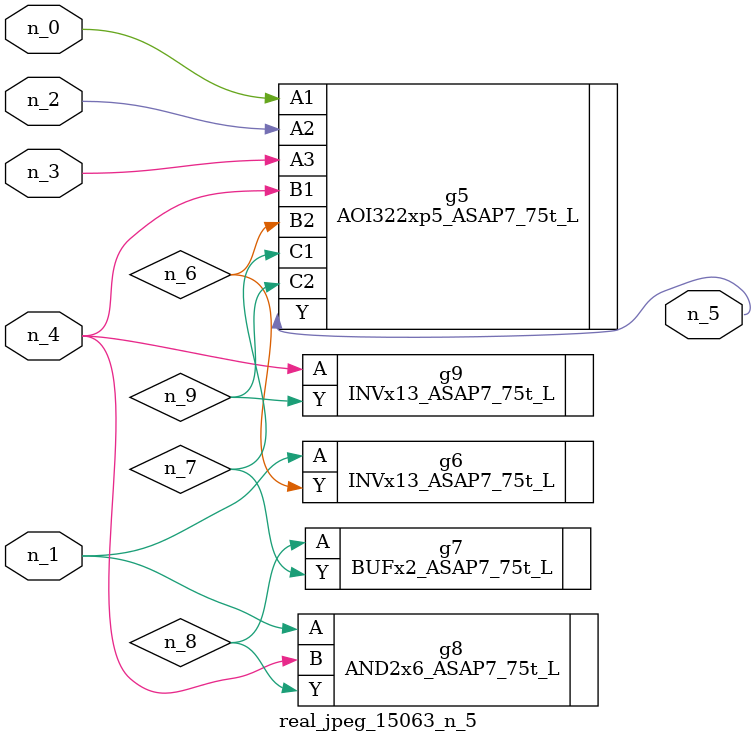
<source format=v>
module real_jpeg_15063_n_5 (n_4, n_0, n_1, n_2, n_3, n_5);

input n_4;
input n_0;
input n_1;
input n_2;
input n_3;

output n_5;

wire n_8;
wire n_6;
wire n_7;
wire n_9;

AOI322xp5_ASAP7_75t_L g5 ( 
.A1(n_0),
.A2(n_2),
.A3(n_3),
.B1(n_4),
.B2(n_6),
.C1(n_7),
.C2(n_9),
.Y(n_5)
);

INVx13_ASAP7_75t_L g6 ( 
.A(n_1),
.Y(n_6)
);

AND2x6_ASAP7_75t_L g8 ( 
.A(n_1),
.B(n_4),
.Y(n_8)
);

INVx13_ASAP7_75t_L g9 ( 
.A(n_4),
.Y(n_9)
);

BUFx2_ASAP7_75t_L g7 ( 
.A(n_8),
.Y(n_7)
);


endmodule
</source>
